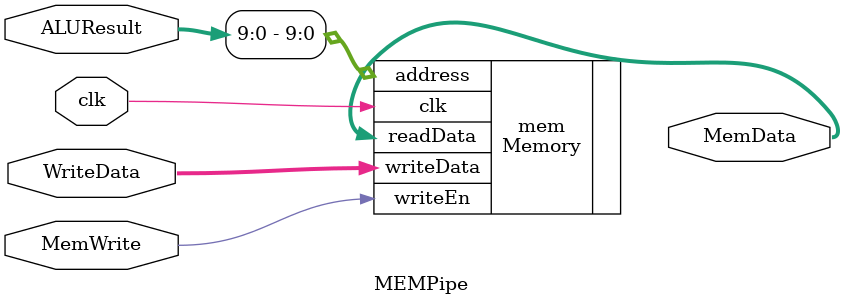
<source format=sv>
`include "./components/Memory.sv"
module MEMPipe(clk, ALUResult, WriteData, MemWrite, MemData);

    input wire clk;
    input wire [63:0] ALUResult, WriteData;
    input wire MemWrite;
    output reg [63:0] MemData;

    Memory #(1024, 64) mem(
        .clk(clk),
        .address(ALUResult[9:0]),
        .writeData(WriteData),
        .writeEn(MemWrite),
        .readData(MemData));


endmodule
</source>
